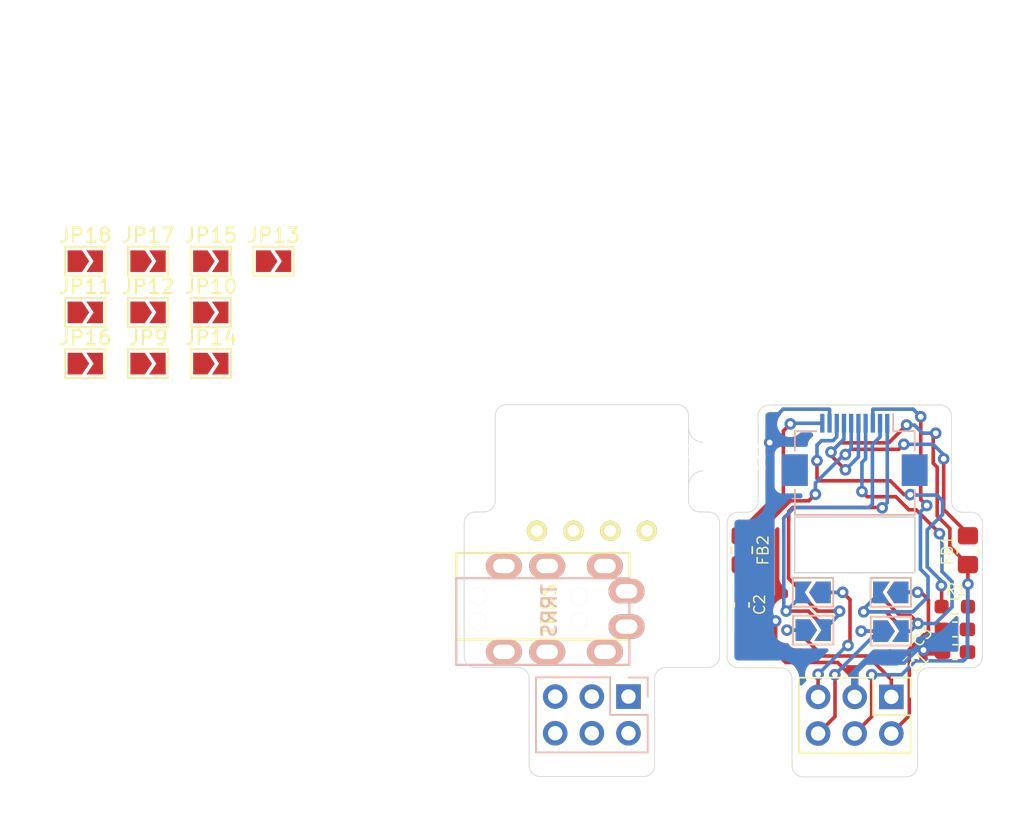
<source format=kicad_pcb>
(kicad_pcb (version 20211014) (generator pcbnew)
  (layers (0 "F.Cu" signal) (31 "B.Cu" signal) (34 "B.Paste" user) (35 "F.Paste" user) (36 "B.SilkS" user "B.Silkscreen") (37 "F.SilkS" user "F.Silkscreen") (38 "B.Mask" user) (39 "F.Mask" user) (44 "Edge.Cuts" user))
  (net 0 "")
  (net 1 "Net-(J4-Pad2)")
  (net 3 "/L_DAT")
  (net 4 "/L_CS")
  (net 5 "/L_EIN")
  (net 6 "VDDA")
  (net 7 "+3V3")
  (net 8 "/L_EXTMODE")
  (net 9 "GND")
  (net 10 "GNDA")
  (net 11 "/L_CLK")
  (net 12 "Net-(J8-Pad1)")
  (net 13 "Net-(J8-Pad3)")
  (net 14 "Net-(J8-Pad4)")
  (net 15 "Net-(J8-Pad6)")
  (net 16 "VCC")
  (net 17 "Net-(J5-Pad6)")
  (net 18 "Net-(J5-Pad4)")
  (net 21 "Net-(J6-Pad4)")
  (net 22 "Net-(J6-Pad3)")
  (net 23 "Net-(J6-Pad2)")
  (net 24 "Net-(J6-Pad1)")
  (net 25 "/SDA")
  (net 26 "/SCK")
  (footprint "Jumper:SolderJumper-2_P1.3mm_Open_TrianglePad1.0x1.5mm" (layer "F.Cu") (at 92.88394 49.04 180)
    (fp_text reference "JP3" hide)
    (fp_text value "Jumper_2_Open" hide)
    (pad "1" smd custom locked (at -0.725 0 180) (size 0.3 0.3) (layers "F.Cu" "F.Mask") (net 13 "Net-(J8-Pad3)") (options (clearance outline) (anchor rect)) (primitives (gr_poly (pts (xy 1 0) (xy 0.5 0.75) (xy -0.5 0.75) (xy -0.5 -0.75) (xy 0.5 -0.75)) (width 0) (fill yes))))
    (pad "2" smd custom locked (at 0.725 0 180) (size 0.3 0.3) (layers "F.Cu" "F.Mask") (net 11 "/L_CLK") (options (clearance outline) (anchor rect)) (primitives (gr_poly (pts (xy 0.5 0.75) (xy -0.65 0.75) (xy -0.15 0) (xy -0.65 -0.75) (xy 0.5 -0.75)) (width 0) (fill yes))))
  )
  (footprint "TPS42-Shield:mouse-bite-2mm-slot" (layer "F.Cu") (at 85.261543 39.628457 90)
    (fp_text reference "H2" hide)
    (fp_text value "MouseBite" hide)
    (pad "" np_thru_hole circle (at -0.75 -0.75 90) (size 0.5 0.5) (drill 0.5) (layers *.Cu *.Mask))
    (pad "" np_thru_hole circle (at 0.75 -0.75 90) (size 0.5 0.5) (drill 0.5) (layers *.Cu *.Mask))
    (pad "" np_thru_hole circle (at 0 -0.75 90) (size 0.5 0.5) (drill 0.5) (layers *.Cu *.Mask))
  )
  (footprint "Resistor_SMD:R_0603_1608Metric_Pad0.98x0.95mm_HandSolder" (layer "F.Cu") (at 102.71 50.03 180)
    (fp_text reference "R1" (at -0.09 1.17) (layer "F.SilkS") (effects (font (size 0.75 0.75) (thickness 0.1))))
    (fp_text value "10kΩ" hide)
    (pad "1" smd roundrect locked (at -0.9125 0 180) (size 0.975 0.95) (layers "F.Cu" "F.Paste" "F.Mask") (net 7 "+3V3"))
    (pad "2" smd roundrect locked (at 0.9125 0 180) (size 0.975 0.95) (layers "F.Cu" "F.Paste" "F.Mask") (net 8 "/L_EXTMODE"))
  )
  (footprint "Jumper:SolderJumper-2_P1.3mm_Open_TrianglePad1.0x1.5mm" (layer "F.Cu") (at 51.15 26.09)
    (fp_text reference "JP15" (at 0 -1.8) (layer "F.SilkS"))
    (fp_text value "Jumper_2_Open")
    (pad "1" smd custom locked (at -0.725 0) (size 0.3 0.3) (layers "F.Cu" "F.Mask") (net 23 "Net-(J6-Pad2)") (options (clearance outline) (anchor rect)) (primitives (gr_poly (pts (xy 1 0) (xy 0.5 0.75) (xy -0.5 0.75) (xy -0.5 -0.75) (xy 0.5 -0.75)) (width 0) (fill yes))))
    (pad "2" smd custom locked (at 0.725 0) (size 0.3 0.3) (layers "F.Cu" "F.Mask") (net 16 "VCC") (options (clearance outline) (anchor rect)) (primitives (gr_poly (pts (xy 0.5 0.75) (xy -0.65 0.75) (xy -0.15 0) (xy -0.65 -0.75) (xy 0.5 -0.75)) (width 0) (fill yes))))
  )
  (footprint "TPS42-Shield:OLED" (layer "F.Cu") (at 77.561543 44.778457)
    (fp_text reference "J6" hide)
    (fp_text value "OLED" hide)
    (pad "1" thru_hole circle (at -3.81 0) (size 1.397 1.397) (drill 0.8128) (layers *.Cu *.Mask "F.SilkS") (net 24 "Net-(J6-Pad1)"))
    (pad "2" thru_hole circle (at -1.27 0) (size 1.397 1.397) (drill 0.8128) (layers *.Cu *.Mask "F.SilkS") (net 23 "Net-(J6-Pad2)"))
    (pad "3" thru_hole circle (at 1.27 0) (size 1.397 1.397) (drill 0.8128) (layers *.Cu *.Mask "F.SilkS") (net 22 "Net-(J6-Pad3)"))
    (pad "4" thru_hole circle (at 3.81 0) (size 1.397 1.397) (drill 0.8128) (layers *.Cu *.Mask "F.SilkS") (net 21 "Net-(J6-Pad4)"))
  )
  (footprint "Capacitor_SMD:C_0603_1608Metric_Pad1.08x0.95mm_HandSolder" (layer "F.Cu") (at 102.73 53.18 180)
    (fp_text reference "C1" (at 2.52 -0.75 45) (layer "F.SilkS") (effects (font (size 0.75 0.75) (thickness 0.1))))
    (fp_text value "560pF/680pF" hide)
    (pad "1" smd roundrect locked (at -0.8625 0 180) (size 1.075 0.95) (layers "F.Cu" "F.Paste" "F.Mask") (net 7 "+3V3"))
    (pad "2" smd roundrect locked (at 0.8625 0 180) (size 1.075 0.95) (layers "F.Cu" "F.Paste" "F.Mask") (net 9 "GND"))
  )
  (footprint "Jumper:SolderJumper-2_P1.3mm_Open_TrianglePad1.0x1.5mm" (layer "F.Cu") (at 46.8 33.19)
    (fp_text reference "JP9" (at 0 -1.8) (layer "F.SilkS"))
    (fp_text value "Jumper_2_Open")
    (pad "1" smd custom locked (at -0.725 0) (size 0.3 0.3) (layers "F.Cu" "F.Mask") (net 24 "Net-(J6-Pad1)") (options (clearance outline) (anchor rect)) (primitives (gr_poly (pts (xy 1 0) (xy 0.5 0.75) (xy -0.5 0.75) (xy -0.5 -0.75) (xy 0.5 -0.75)) (width 0) (fill yes))))
    (pad "2" smd custom locked (at 0.725 0) (size 0.3 0.3) (layers "F.Cu" "F.Mask") (net 9 "GND") (options (clearance outline) (anchor rect)) (primitives (gr_poly (pts (xy 0.5 0.75) (xy -0.65 0.75) (xy -0.15 0) (xy -0.65 -0.75) (xy 0.5 -0.75)) (width 0) (fill yes))))
  )
  (footprint "Capacitor_SMD:C_0603_1608Metric_Pad1.08x0.95mm_HandSolder" (layer "F.Cu") (at 87.94 49.91 90)
    (fp_text reference "C2" (at 0.02 1.24 90) (layer "F.SilkS") (effects (font (size 0.75 0.75) (thickness 0.1))))
    (fp_text value "1uF" hide)
    (pad "1" smd roundrect locked (at -0.8625 0 90) (size 1.075 0.95) (layers "F.Cu" "F.Paste" "F.Mask") (net 6 "VDDA"))
    (pad "2" smd roundrect locked (at 0.8625 0 90) (size 1.075 0.95) (layers "F.Cu" "F.Paste" "F.Mask") (net 10 "GNDA"))
  )
  (footprint "Jumper:SolderJumper-2_P1.3mm_Open_TrianglePad1.0x1.5mm" (layer "F.Cu") (at 42.45 29.64)
    (fp_text reference "JP11" (at 0 -1.8) (layer "F.SilkS"))
    (fp_text value "Jumper_2_Open")
    (pad "1" smd custom locked (at -0.725 0) (size 0.3 0.3) (layers "F.Cu" "F.Mask") (net 21 "Net-(J6-Pad4)") (options (clearance outline) (anchor rect)) (primitives (gr_poly (pts (xy 1 0) (xy 0.5 0.75) (xy -0.5 0.75) (xy -0.5 -0.75) (xy 0.5 -0.75)) (width 0) (fill yes))))
    (pad "2" smd custom locked (at 0.725 0) (size 0.3 0.3) (layers "F.Cu" "F.Mask") (net 25 "/SDA") (options (clearance outline) (anchor rect)) (primitives (gr_poly (pts (xy 0.5 0.75) (xy -0.65 0.75) (xy -0.15 0) (xy -0.65 -0.75) (xy 0.5 -0.75)) (width 0) (fill yes))))
  )
  (footprint "Jumper:SolderJumper-2_P1.3mm_Open_TrianglePad1.0x1.5mm" (layer "F.Cu") (at 51.15 29.64)
    (fp_text reference "JP10" (at 0 -1.8) (layer "F.SilkS"))
    (fp_text value "Jumper_2_Open")
    (pad "1" smd custom locked (at -0.725 0) (size 0.3 0.3) (layers "F.Cu" "F.Mask") (net 24 "Net-(J6-Pad1)") (options (clearance outline) (anchor rect)) (primitives (gr_poly (pts (xy 1 0) (xy 0.5 0.75) (xy -0.5 0.75) (xy -0.5 -0.75) (xy 0.5 -0.75)) (width 0) (fill yes))))
    (pad "2" smd custom locked (at 0.725 0) (size 0.3 0.3) (layers "F.Cu" "F.Mask") (net 25 "/SDA") (options (clearance outline) (anchor rect)) (primitives (gr_poly (pts (xy 0.5 0.75) (xy -0.65 0.75) (xy -0.15 0) (xy -0.65 -0.75) (xy 0.5 -0.75)) (width 0) (fill yes))))
  )
  (footprint "Jumper:SolderJumper-2_P1.3mm_Open_TrianglePad1.0x1.5mm" (layer "F.Cu") (at 46.8 26.09)
    (fp_text reference "JP17" (at 0 -1.8) (layer "F.SilkS"))
    (fp_text value "Jumper_2_Open")
    (pad "1" smd custom locked (at -0.725 0) (size 0.3 0.3) (layers "F.Cu" "F.Mask") (net 22 "Net-(J6-Pad3)") (options (clearance outline) (anchor rect)) (primitives (gr_poly (pts (xy 1 0) (xy 0.5 0.75) (xy -0.5 0.75) (xy -0.5 -0.75) (xy 0.5 -0.75)) (width 0) (fill yes))))
    (pad "2" smd custom locked (at 0.725 0) (size 0.3 0.3) (layers "F.Cu" "F.Mask") (net 26 "/SCK") (options (clearance outline) (anchor rect)) (primitives (gr_poly (pts (xy 0.5 0.75) (xy -0.65 0.75) (xy -0.15 0) (xy -0.65 -0.75) (xy 0.5 -0.75)) (width 0) (fill yes))))
  )
  (footprint "Jumper:SolderJumper-2_P1.3mm_Open_TrianglePad1.0x1.5mm" (layer "F.Cu") (at 46.8 29.64)
    (fp_text reference "JP12" (at 0 -1.8) (layer "F.SilkS"))
    (fp_text value "Jumper_2_Open")
    (pad "1" smd custom locked (at -0.725 0) (size 0.3 0.3) (layers "F.Cu" "F.Mask") (net 21 "Net-(J6-Pad4)") (options (clearance outline) (anchor rect)) (primitives (gr_poly (pts (xy 1 0) (xy 0.5 0.75) (xy -0.5 0.75) (xy -0.5 -0.75) (xy 0.5 -0.75)) (width 0) (fill yes))))
    (pad "2" smd custom locked (at 0.725 0) (size 0.3 0.3) (layers "F.Cu" "F.Mask") (net 9 "GND") (options (clearance outline) (anchor rect)) (primitives (gr_poly (pts (xy 0.5 0.75) (xy -0.65 0.75) (xy -0.15 0) (xy -0.65 -0.75) (xy 0.5 -0.75)) (width 0) (fill yes))))
  )
  (footprint "Connector_PinHeader_2.54mm:PinHeader_2x03_P2.54mm_Vertical" (layer "F.Cu") (at 98.315 56.285 -90)
    (fp_text reference "J8" hide)
    (fp_text value "Conn_01x06" hide)
    (pad "1" thru_hole rect (at 0 0 270) (size 1.7 1.7) (drill 1) (layers *.Cu *.Mask) (net 12 "Net-(J8-Pad1)"))
    (pad "2" thru_hole oval (at 0 2.54 270) (size 1.7 1.7) (drill 1) (layers *.Cu *.Mask) (net 9 "GND"))
    (pad "3" thru_hole oval (at 0 5.08 270) (size 1.7 1.7) (drill 1) (layers *.Cu *.Mask) (net 13 "Net-(J8-Pad3)"))
    (pad "4" thru_hole oval (at 2.54 0 270) (size 1.7 1.7) (drill 1) (layers *.Cu *.Mask) (net 14 "Net-(J8-Pad4)"))
    (pad "5" thru_hole oval (at 2.54 2.54 270) (size 1.7 1.7) (drill 1) (layers *.Cu *.Mask) (net 7 "+3V3"))
    (pad "6" thru_hole oval (at 2.54 5.08 270) (size 1.7 1.7) (drill 1) (layers *.Cu *.Mask) (net 15 "Net-(J8-Pad6)"))
  )
  (footprint "Jumper:SolderJumper-2_P1.3mm_Open_TrianglePad1.0x1.5mm" (layer "F.Cu") (at 55.5 26.09)
    (fp_text reference "JP13" (at 0 -1.8) (layer "F.SilkS"))
    (fp_text value "Jumper_2_Open")
    (pad "1" smd custom locked (at -0.725 0) (size 0.3 0.3) (layers "F.Cu" "F.Mask") (net 1 "Net-(J4-Pad2)") (options (clearance outline) (anchor rect)) (primitives (gr_poly (pts (xy 1 0) (xy 0.5 0.75) (xy -0.5 0.75) (xy -0.5 -0.75) (xy 0.5 -0.75)) (width 0) (fill yes))))
    (pad "2" smd custom locked (at 0.725 0) (size 0.3 0.3) (layers "F.Cu" "F.Mask") (net 18 "Net-(J5-Pad4)") (options (clearance outline) (anchor rect)) (primitives (gr_poly (pts (xy 0.5 0.75) (xy -0.65 0.75) (xy -0.15 0) (xy -0.65 -0.75) (xy 0.5 -0.75)) (width 0) (fill yes))))
  )
  (footprint "Capacitor_SMD:C_0603_1608Metric_Pad1.08x0.95mm_HandSolder" (layer "F.Cu") (at 102.72 51.61 180)
    (fp_text reference "C3" (at 2.27 -0.52 45) (layer "F.SilkS") (effects (font (size 0.75 0.75) (thickness 0.1))))
    (fp_text value "1uF")
    (pad "1" smd roundrect locked (at -0.8625 0 180) (size 1.075 0.95) (layers "F.Cu" "F.Paste" "F.Mask") (net 7 "+3V3"))
    (pad "2" smd roundrect locked (at 0.8625 0 180) (size 1.075 0.95) (layers "F.Cu" "F.Paste" "F.Mask") (net 9 "GND"))
  )
  (footprint "Jumper:SolderJumper-2_P1.3mm_Open_TrianglePad1.0x1.5mm" (layer "F.Cu") (at 92.89394 51.66)
    (fp_text reference "JP4" hide)
    (fp_text value "Jumper_2_Open" hide)
    (pad "1" smd custom locked (at -0.725 0) (size 0.3 0.3) (layers "F.Cu" "F.Mask") (net 12 "Net-(J8-Pad1)") (options (clearance outline) (anchor rect)) (primitives (gr_poly (pts (xy 1 0) (xy 0.5 0.75) (xy -0.5 0.75) (xy -0.5 -0.75) (xy 0.5 -0.75)) (width 0) (fill yes))))
    (pad "2" smd custom locked (at 0.725 0) (size 0.3 0.3) (layers "F.Cu" "F.Mask") (net 3 "/L_DAT") (options (clearance outline) (anchor rect)) (primitives (gr_poly (pts (xy 0.5 0.75) (xy -0.65 0.75) (xy -0.15 0) (xy -0.65 -0.75) (xy 0.5 -0.75)) (width 0) (fill yes))))
  )
  (footprint "TPS42-Shield:mouse-bite-2mm-slot" (layer "F.Cu") (at 88.1 39.64 90)
    (fp_text reference "H1" hide)
    (fp_text value "MouseBite" hide)
    (pad "" np_thru_hole circle (at -0.75 0.75 90) (size 0.5 0.5) (drill 0.5) (layers *.Cu *.Mask))
    (pad "" np_thru_hole circle (at 0 0.75 90) (size 0.5 0.5) (drill 0.5) (layers *.Cu *.Mask))
    (pad "" np_thru_hole circle (at 0.75 0.75 90) (size 0.5 0.5) (drill 0.5) (layers *.Cu *.Mask))
  )
  (footprint "Jumper:SolderJumper-2_P1.3mm_Open_TrianglePad1.0x1.5mm" (layer "F.Cu") (at 98.27606 49.04 180)
    (fp_text reference "JP2" hide)
    (fp_text value "Jumper_2_Open" hide)
    (pad "1" smd custom locked (at -0.725 0 180) (size 0.3 0.3) (layers "F.Cu" "F.Mask") (net 14 "Net-(J8-Pad4)") (options (clearance outline) (anchor rect)) (primitives (gr_poly (pts (xy 1 0) (xy 0.5 0.75) (xy -0.5 0.75) (xy -0.5 -0.75) (xy 0.5 -0.75)) (width 0) (fill yes))))
    (pad "2" smd custom locked (at 0.725 0 180) (size 0.3 0.3) (layers "F.Cu" "F.Mask") (net 5 "/L_EIN") (options (clearance outline) (anchor rect)) (primitives (gr_poly (pts (xy 0.5 0.75) (xy -0.65 0.75) (xy -0.15 0) (xy -0.65 -0.75) (xy 0.5 -0.75)) (width 0) (fill yes))))
  )
  (footprint "Jumper:SolderJumper-2_P1.3mm_Open_TrianglePad1.0x1.5mm" (layer "F.Cu") (at 42.45 26.09)
    (fp_text reference "JP18" (at 0 -1.8) (layer "F.SilkS"))
    (fp_text value "Jumper_2_Open")
    (pad "1" smd custom locked (at -0.725 0) (size 0.3 0.3) (layers "F.Cu" "F.Mask") (net 22 "Net-(J6-Pad3)") (options (clearance outline) (anchor rect)) (primitives (gr_poly (pts (xy 1 0) (xy 0.5 0.75) (xy -0.5 0.75) (xy -0.5 -0.75) (xy 0.5 -0.75)) (width 0) (fill yes))))
    (pad "2" smd custom locked (at 0.725 0) (size 0.3 0.3) (layers "F.Cu" "F.Mask") (net 16 "VCC") (options (clearance outline) (anchor rect)) (primitives (gr_poly (pts (xy 0.5 0.75) (xy -0.65 0.75) (xy -0.15 0) (xy -0.65 -0.75) (xy 0.5 -0.75)) (width 0) (fill yes))))
  )
  (footprint "Jumper:SolderJumper-2_P1.3mm_Open_TrianglePad1.0x1.5mm" (layer "F.Cu") (at 98.28606 51.73)
    (fp_text reference "JP1" hide)
    (fp_text value "Jumper_2_Open" hide)
    (pad "1" smd custom locked (at -0.725 0) (size 0.3 0.3) (layers "F.Cu" "F.Mask") (net 15 "Net-(J8-Pad6)") (options (clearance outline) (anchor rect)) (primitives (gr_poly (pts (xy 1 0) (xy 0.5 0.75) (xy -0.5 0.75) (xy -0.5 -0.75) (xy 0.5 -0.75)) (width 0) (fill yes))))
    (pad "2" smd custom locked (at 0.725 0) (size 0.3 0.3) (layers "F.Cu" "F.Mask") (net 4 "/L_CS") (options (clearance outline) (anchor rect)) (primitives (gr_poly (pts (xy 0.5 0.75) (xy -0.65 0.75) (xy -0.15 0) (xy -0.65 -0.75) (xy 0.5 -0.75)) (width 0) (fill yes))))
  )
  (footprint "Resistor_SMD:R_0805_2012Metric_Pad1.20x1.40mm_HandSolder" (layer "F.Cu") (at 87.94 46.12 90)
    (fp_text reference "FB2" (at 0 1.48 90) (layer "F.SilkS") (effects (font (size 0.75 0.75) (thickness 0.1))))
    (fp_text value "Ferrite_Bead" hide)
    (pad "1" smd roundrect locked (at -1 0 90) (size 1.2 1.4) (layers "F.Cu" "F.Paste" "F.Mask") (roundrect_rratio 0.208333) (net 10 "GNDA"))
    (pad "2" smd roundrect locked (at 1 0 90) (size 1.2 1.4) (layers "F.Cu" "F.Paste" "F.Mask") (roundrect_rratio 0.208333) (net 9 "GND"))
  )
  (footprint "Jumper:SolderJumper-2_P1.3mm_Open_TrianglePad1.0x1.5mm" (layer "F.Cu") (at 51.15 33.19)
    (fp_text reference "JP14" (at 0 -1.8) (layer "F.SilkS"))
    (fp_text value "Jumper_2_Open")
    (pad "1" smd custom locked (at -0.725 0) (size 0.3 0.3) (layers "F.Cu" "F.Mask") (net 1 "Net-(J4-Pad2)") (options (clearance outline) (anchor rect)) (primitives (gr_poly (pts (xy 1 0) (xy 0.5 0.75) (xy -0.5 0.75) (xy -0.5 -0.75) (xy 0.5 -0.75)) (width 0) (fill yes))))
    (pad "2" smd custom locked (at 0.725 0) (size 0.3 0.3) (layers "F.Cu" "F.Mask") (net 17 "Net-(J5-Pad6)") (options (clearance outline) (anchor rect)) (primitives (gr_poly (pts (xy 0.5 0.75) (xy -0.65 0.75) (xy -0.15 0) (xy -0.65 -0.75) (xy 0.5 -0.75)) (width 0) (fill yes))))
  )
  (footprint "Resistor_SMD:R_0805_2012Metric_Pad1.20x1.40mm_HandSolder" (layer "F.Cu") (at 103.62 46.12 -90)
    (fp_text reference "FB1" (at 0.01 1.43 90) (layer "F.SilkS") (effects (font (size 0.75 0.75) (thickness 0.1))))
    (fp_text value "Ferrite_Bead" hide)
    (pad "1" smd roundrect locked (at -1 0 270) (size 1.2 1.4) (layers "F.Cu" "F.Paste" "F.Mask") (roundrect_rratio 0.208333) (net 6 "VDDA"))
    (pad "2" smd roundrect locked (at 1 0 270) (size 1.2 1.4) (layers "F.Cu" "F.Paste" "F.Mask") (roundrect_rratio 0.208333) (net 7 "+3V3"))
  )
  (footprint "Jumper:SolderJumper-2_P1.3mm_Open_TrianglePad1.0x1.5mm" (layer "F.Cu") (at 42.45 33.19)
    (fp_text reference "JP16" (at 0 -1.8) (layer "F.SilkS"))
    (fp_text value "Jumper_2_Open")
    (pad "1" smd custom locked (at -0.725 0) (size 0.3 0.3) (layers "F.Cu" "F.Mask") (net 23 "Net-(J6-Pad2)") (options (clearance outline) (anchor rect)) (primitives (gr_poly (pts (xy 1 0) (xy 0.5 0.75) (xy -0.5 0.75) (xy -0.5 -0.75) (xy 0.5 -0.75)) (width 0) (fill yes))))
    (pad "2" smd custom locked (at 0.725 0) (size 0.3 0.3) (layers "F.Cu" "F.Mask") (net 26 "/SCK") (options (clearance outline) (anchor rect)) (primitives (gr_poly (pts (xy 0.5 0.75) (xy -0.65 0.75) (xy -0.15 0) (xy -0.65 -0.75) (xy 0.5 -0.75)) (width 0) (fill yes))))
  )
  (footprint "TPS42-Shield:MJ-4PP-9-reversable" (layer "B.Cu") (at 68.161543 51.063457 -90)
    (fp_text reference "J4")
    (fp_text value "PJ-320A" hide)
    (fp_text user "TRRS" (at -0.75 -6.45 90) (layer "B.SilkS") (effects (justify mirror)))
    (fp_text user "TRRS" (at -0.8255 -6.4135 90) (layer "F.SilkS"))
    (pad "" np_thru_hole circle (at 0 -1.5 270) (size 1.2 1.2) (drill 1.2) (layers *.Cu *.Mask "B.SilkS"))
    (pad "" np_thru_hole circle (at 0 -8.5 270) (size 1.2 1.2) (drill 1.2) (layers *.Cu *.Mask "B.SilkS"))
    (pad "" np_thru_hole circle (at -1.75 -8.5 270) (size 1.2 1.2) (drill 1.2) (layers *.Cu *.Mask "B.SilkS"))
    (pad "" np_thru_hole circle (at -1.75 -1.5 270) (size 1.2 1.2) (drill 1.2) (layers *.Cu *.Mask "B.SilkS"))
    (pad "1" thru_hole oval (at -3.85 -10.3 270) (size 1.7 2.5) (drill oval 1 1.5) (layers *.Cu *.Mask "B.SilkS") (net 16 "VCC") (clearance 0.15))
    (pad "1" thru_hole oval (at 2.1 -10.3 270) (size 1.7 2.5) (drill oval 1 1.5) (layers *.Cu *.Mask "B.SilkS") (net 16 "VCC") (clearance 0.15))
    (pad "2" thru_hole oval (at -3.85 -6.3 270) (size 1.7 2.5) (drill oval 1 1.5) (layers *.Cu *.Mask "B.SilkS") (net 1 "Net-(J4-Pad2)"))
    (pad "2" thru_hole oval (at 2.1 -6.3 270) (size 1.7 2.5) (drill oval 1 1.5) (layers *.Cu *.Mask "B.SilkS") (net 1 "Net-(J4-Pad2)"))
    (pad "3" thru_hole oval (at -3.85 -3.3 270) (size 1.7 2.5) (drill oval 1 1.5) (layers *.Cu *.Mask "B.SilkS"))
    (pad "3" thru_hole oval (at 2.1 -3.3 270) (size 1.7 2.5) (drill oval 1 1.5) (layers *.Cu *.Mask "B.SilkS"))
    (pad "4" thru_hole oval (at -2.1 -11.8 270) (size 1.7 2.5) (drill oval 1 1.5) (layers *.Cu *.Mask "B.SilkS") (net 9 "GND") (clearance 0.15))
    (pad "4" thru_hole oval (at 0.35 -11.8 270) (size 1.7 2.5) (drill oval 1 1.5) (layers *.Cu *.Mask "B.SilkS") (net 9 "GND") (clearance 0.15))
  )
  (footprint "Connector_PinHeader_2.54mm:PinHeader_2x03_P2.54mm_Vertical" (layer "B.Cu") (at 75.016543 56.263457 -90)
    (fp_text reference "J5" hide)
    (fp_text value "Conn_01x06" hide)
    (pad "1" thru_hole circle (at 0 0 270) (size 1.7 1.7) (drill 1) (layers *.Cu *.Mask))
    (pad "2" thru_hole oval (at 0 -2.54 270) (size 1.7 1.7) (drill 1) (layers *.Cu *.Mask) (net 9 "GND"))
    (pad "3" thru_hole rect (at 0 -5.08 270) (size 1.7 1.7) (drill 1) (layers *.Cu *.Mask))
    (pad "4" thru_hole oval (at 2.54 0 270) (size 1.7 1.7) (drill 1) (layers *.Cu *.Mask) (net 18 "Net-(J5-Pad4)"))
    (pad "5" thru_hole oval (at 2.54 -2.54 270) (size 1.7 1.7) (drill 1) (layers *.Cu *.Mask) (net 16 "VCC"))
    (pad "6" thru_hole oval (at 2.54 -5.08 270) (size 1.7 1.7) (drill 1) (layers *.Cu *.Mask) (net 17 "Net-(J5-Pad6)"))
  )
  (footprint "Jumper:SolderJumper-2_P1.3mm_Open_TrianglePad1.0x1.5mm" (layer "B.Cu") (at 98.27606 49.04 180)
    (fp_text reference "JP6" hide)
    (fp_text value "Jumper_2_Open" hide)
    (pad "1" smd custom locked (at -0.725 0 180) (size 0.3 0.3) (layers "B.Cu" "B.Mask") (net 14 "Net-(J8-Pad4)") (options (clearance outline) (anchor rect)) (primitives (gr_poly (pts (xy 1 0) (xy 0.5 -0.75) (xy -0.5 -0.75) (xy -0.5 0.75) (xy 0.5 0.75)) (width 0) (fill yes))))
    (pad "2" smd custom locked (at 0.725 0 180) (size 0.3 0.3) (layers "B.Cu" "B.Mask") (net 4 "/L_CS") (options (clearance outline) (anchor rect)) (primitives (gr_poly (pts (xy 0.5 -0.75) (xy -0.65 -0.75) (xy -0.15 0) (xy -0.65 0.75) (xy 0.5 0.75)) (width 0) (fill yes))))
  )
  (footprint "Connector_FFC-FPC:Hirose_FH12-10S-0.5SH_1x10-1MP_P0.50mm_Horizontal" (layer "B.Cu") (at 95.78 39.17 180)
    (fp_text reference "J7" hide)
    (fp_text value "FH12-10S-0.5SH" hide)
    (pad "1" smd rect locked (at -2.25 1.85 180) (size 0.3 1.3) (layers "B.Cu" "B.Paste" "B.Mask") (net 11 "/L_CLK"))
    (pad "2" smd rect locked (at -1.75 1.85 180) (size 0.3 1.3) (layers "B.Cu" "B.Paste" "B.Mask") (net 3 "/L_DAT"))
    (pad "3" smd rect locked (at -1.25 1.85 180) (size 0.3 1.3) (layers "B.Cu" "B.Paste" "B.Mask") (net 4 "/L_CS"))
    (pad "4" smd rect locked (at -0.75 1.85 180) (size 0.3 1.3) (layers "B.Cu" "B.Paste" "B.Mask") (net 5 "/L_EIN"))
    (pad "5" smd rect locked (at -0.25 1.85 180) (size 0.3 1.3) (layers "B.Cu" "B.Paste" "B.Mask") (net 7 "+3V3"))
    (pad "6" smd rect locked (at 0.25 1.85 180) (size 0.3 1.3) (layers "B.Cu" "B.Paste" "B.Mask") (net 6 "VDDA"))
    (pad "7" smd rect locked (at 0.75 1.85 180) (size 0.3 1.3) (layers "B.Cu" "B.Paste" "B.Mask") (net 7 "+3V3"))
    (pad "8" smd rect locked (at 1.25 1.85 180) (size 0.3 1.3) (layers "B.Cu" "B.Paste" "B.Mask") (net 8 "/L_EXTMODE"))
    (pad "9" smd rect locked (at 1.75 1.85 180) (size 0.3 1.3) (layers "B.Cu" "B.Paste" "B.Mask") (net 9 "GND"))
    (pad "10" smd rect locked (at 2.25 1.85 180) (size 0.3 1.3) (layers "B.Cu" "B.Paste" "B.Mask") (net 10 "GNDA"))
    (pad "MP" smd rect locked (at 4.15 -1.4 180) (size 1.8 2.2) (layers "B.Cu" "B.Paste" "B.Mask"))
    (pad "MP" smd rect locked (at -4.15 -1.4 180) (size 1.8 2.2) (layers "B.Cu" "B.Paste" "B.Mask"))
  )
  (footprint "Jumper:SolderJumper-2_P1.3mm_Open_TrianglePad1.0x1.5mm" (layer "B.Cu") (at 92.89394 51.66)
    (fp_text reference "JP8" hide)
    (fp_text value "Jumper_2_Open" hide)
    (pad "1" smd custom locked (at -0.725 0) (size 0.3 0.3) (layers "B.Cu" "B.Mask") (net 12 "Net-(J8-Pad1)") (options (clearance outline) (anchor rect)) (primitives (gr_poly (pts (xy 1 0) (xy 0.5 -0.75) (xy -0.5 -0.75) (xy -0.5 0.75) (xy 0.5 0.75)) (width 0) (fill yes))))
    (pad "2" smd custom locked (at 0.725 0) (size 0.3 0.3) (layers "B.Cu" "B.Mask") (net 11 "/L_CLK") (options (clearance outline) (anchor rect)) (primitives (gr_poly (pts (xy 0.5 -0.75) (xy -0.65 -0.75) (xy -0.15 0) (xy -0.65 0.75) (xy 0.5 0.75)) (width 0) (fill yes))))
  )
  (footprint "Jumper:SolderJumper-2_P1.3mm_Open_TrianglePad1.0x1.5mm" (layer "B.Cu") (at 98.28606 51.73)
    (fp_text reference "JP5" hide)
    (fp_text value "Jumper_2_Open" hide)
    (pad "1" smd custom locked (at -0.725 0) (size 0.3 0.3) (layers "B.Cu" "B.Mask") (net 15 "Net-(J8-Pad6)") (options (clearance outline) (anchor rect)) (primitives (gr_poly (pts (xy 1 0) (xy 0.5 -0.75) (xy -0.5 -0.75) (xy -0.5 0.75) (xy 0.5 0.75)) (width 0) (fill yes))))
    (pad "2" smd custom locked (at 0.725 0) (size 0.3 0.3) (layers "B.Cu" "B.Mask") (net 5 "/L_EIN") (options (clearance outline) (anchor rect)) (primitives (gr_poly (pts (xy 0.5 -0.75) (xy -0.65 -0.75) (xy -0.15 0) (xy -0.65 0.75) (xy 0.5 0.75)) (width 0) (fill yes))))
  )
  (footprint "Jumper:SolderJumper-2_P1.3mm_Open_TrianglePad1.0x1.5mm" (layer "B.Cu") (at 92.88394 49.04 180)
    (fp_text reference "JP7" hide)
    (fp_text value "Jumper_2_Open" hide)
    (pad "1" smd custom locked (at -0.725 0 180) (size 0.3 0.3) (layers "B.Cu" "B.Mask") (net 13 "Net-(J8-Pad3)") (options (clearance outline) (anchor rect)) (primitives (gr_poly (pts (xy 1 0) (xy 0.5 -0.75) (xy -0.5 -0.75) (xy -0.5 0.75) (xy 0.5 0.75)) (width 0) (fill yes))))
    (pad "2" smd custom locked (at 0.725 0 180) (size 0.3 0.3) (layers "B.Cu" "B.Mask") (net 3 "/L_DAT") (options (clearance outline) (anchor rect)) (primitives (gr_poly (pts (xy 0.5 -0.75) (xy -0.65 -0.75) (xy -0.15 0) (xy -0.65 0.75) (xy 0.5 0.75)) (width 0) (fill yes))))
  )
  (gr_arc (start 81.91 61.03) (mid 81.681543 61.581543) (end 81.13 61.81) (layer "Edge.Cuts") (width 0.05))
  (gr_line (start 91.43 55.05) (end 91.43 61.05) (layer "Edge.Cuts") (width 0.05))
  (gr_line (start 99.945 43.82) (end 91.615 43.82) (layer "Edge.Cuts") (width 0.1))
  (gr_line (start 69.49 54.25) (end 72.43 54.25) (layer "Edge.Cuts") (width 0.05))
  (gr_arc (start 89.08 42.71) (mid 88.851543 43.261543) (end 88.3 43.49) (layer "Edge.Cuts") (width 0.05))
  (gr_line (start 102.48 42.71) (end 102.48 36.83) (layer "Edge.Cuts") (width 0.05))
  (gr_arc (start 100.13 55.05) (mid 100.358457 54.498457) (end 100.91 54.27) (layer "Edge.Cuts") (width 0.05))
  (gr_arc (start 70.86 36.81) (mid 71.088457 36.258457) (end 71.64 36.03) (layer "Edge.Cuts") (width 0.05))
  (gr_line (start 68.71 44.25) (end 68.71 53.47) (layer "Edge.Cuts") (width 0.05))
  (gr_arc (start 101.7 36.05) (mid 102.251543 36.278457) (end 102.48 36.83) (layer "Edge.Cuts") (width 0.05))
  (gr_line (start 100.13 61.05) (end 100.13 55.05) (layer "Edge.Cuts") (width 0.05))
  (gr_arc (start 73.99 61.81) (mid 73.438457 61.581543) (end 73.21 61.03) (layer "Edge.Cuts") (width 0.05))
  (gr_arc (start 86.93 44.27) (mid 87.158457 43.718457) (end 87.71 43.49) (layer "Edge.Cuts") (width 0.05))
  (gr_arc (start 90.65 54.27) (mid 91.201543 54.498457) (end 91.43 55.05) (layer "Edge.Cuts") (width 0.05))
  (gr_arc (start 89.08 36.83) (mid 89.308457 36.278457) (end 89.86 36.05) (layer "Edge.Cuts") (width 0.05))
  (gr_line (start 89.08 42.71) (end 89.08 36.83) (layer "Edge.Cuts") (width 0.05))
  (gr_arc (start 84.259951 41.63) (mid 84.552859 40.922859) (end 85.26 40.629951) (layer "Edge.Cuts") (width 0.05))
  (gr_arc (start 69.49 54.25) (mid 68.938457 54.021543) (end 68.71 53.47) (layer "Edge.Cuts") (width 0.05))
  (gr_arc (start 72.43 54.25) (mid 72.981543 54.478457) (end 73.21 55.03) (layer "Edge.Cuts") (width 0.05))
  (gr_arc (start 100.13 61.05) (mid 99.901543 61.601543) (end 99.35 61.83) (layer "Edge.Cuts") (width 0.05))
  (gr_line (start 100.91 54.27) (end 103.85 54.27) (layer "Edge.Cuts") (width 0.05))
  (gr_arc (start 85.04 43.47) (mid 84.488457 43.241543) (end 84.26 42.69) (layer "Edge.Cuts") (width 0.05))
  (gr_line (start 87.71 43.49) (end 88.3 43.49) (layer "Edge.Cuts") (width 0.05))
  (gr_line (start 91.615 47.68) (end 99.945 47.68) (layer "Edge.Cuts") (width 0.1))
  (gr_arc (start 70.86 42.69) (mid 70.631543 43.241543) (end 70.08 43.47) (layer "Edge.Cuts") (width 0.05))
  (gr_line (start 87.71 54.27) (end 90.65 54.27) (layer "Edge.Cuts") (width 0.05))
  (gr_arc (start 81.91 55.03) (mid 82.138457 54.478457) (end 82.69 54.25) (layer "Edge.Cuts") (width 0.05))
  (gr_arc (start 103.85 43.49) (mid 104.401543 43.718457) (end 104.63 44.27) (layer "Edge.Cuts") (width 0.05))
  (gr_line (start 104.63 44.27) (end 104.63 53.49) (layer "Edge.Cuts") (width 0.05))
  (gr_line (start 86.93 44.27) (end 86.93 53.49) (layer "Edge.Cuts") (width 0.05))
  (gr_line (start 103.26 43.49) (end 103.85 43.49) (layer "Edge.Cuts") (width 0.05))
  (gr_arc (start 85.63 43.47) (mid 86.181543 43.698457) (end 86.41 44.25) (layer "Edge.Cuts") (width 0.05))
  (gr_line (start 99.35 61.83) (end 92.21 61.83) (layer "Edge.Cuts") (width 0.05))
  (gr_arc (start 83.48 36.03) (mid 84.031543 36.258457) (end 84.26 36.81) (layer "Edge.Cuts") (width 0.05))
  (gr_arc (start 86.41 53.47) (mid 86.181543 54.021543) (end 85.63 54.25) (layer "Edge.Cuts") (width 0.05))
  (gr_line (start 85.04 43.47) (end 85.63 43.47) (layer "Edge.Cuts") (width 0.05))
  (gr_arc (start 103.26 43.49) (mid 102.708457 43.261543) (end 102.48 42.71) (layer "Edge.Cuts") (width 0.05))
  (gr_arc (start 104.63 53.49) (mid 104.401543 54.041543) (end 103.85 54.27) (layer "Edge.Cuts") (width 0.05))
  (gr_arc (start 68.71 44.25) (mid 68.938457 43.698457) (end 69.49 43.47) (layer "Edge.Cuts") (width 0.05))
  (gr_line (start 91.615 43.82) (end 91.615 47.68) (layer "Edge.Cuts") (width 0.1))
  (gr_line (start 86.41 44.25) (end 86.41 53.47) (layer "Edge.Cuts") (width 0.05))
  (gr_line (start 82.69 54.25) (end 85.63 54.25) (layer "Edge.Cuts") (width 0.05))
  (gr_line (start 81.91 61.03) (end 81.91 55.03) (layer "Edge.Cuts") (width 0.05))
  (gr_line (start 99.945 47.68) (end 99.945 43.82) (layer "Edge.Cuts") (width 0.1))
  (gr_line (start 70.86 42.69) (end 70.86 36.81) (layer "Edge.Cuts") (width 0.05))
  (gr_line (start 73.21 55.03) (end 73.21 61.03) (layer "Edge.Cuts") (width 0.05))
  (gr_arc (start 87.71 54.27) (mid 87.158457 54.041543) (end 86.93 53.49) (layer "Edge.Cuts") (width 0.05))
  (gr_line (start 84.26 42.69) (end 84.26 36.81) (layer "Edge.Cuts") (width 0.05))
  (gr_arc (start 92.21 61.83) (mid 91.658457 61.601543) (end 91.43 61.05) (layer "Edge.Cuts") (width 0.05))
  (gr_arc (start 85.26 38.630199) (mid 84.552753 38.337247) (end 84.259801 37.63) (layer "Edge.Cuts") (width 0.05))
  (gr_line (start 69.49 43.47) (end 70.08 43.47) (layer "Edge.Cuts") (width 0.05))
  (gr_line (start 81.13 61.81) (end 73.99 61.81) (layer "Edge.Cuts") (width 0.05))
  (gr_line (start 89.86 36.05) (end 101.7 36.05) (layer "Edge.Cuts") (width 0.05))
  (gr_line (start 71.64 36.03) (end 83.48 36.03) (layer "Edge.Cuts") (width 0.05))
  (segment (start 91.02394 50.34) (end 92.564282 50.34) (width 0.25) (layer "F.Cu") (net 3))
  (segment (start 93.61894 51.394658) (end 93.61894 51.66) (width 0.25) (layer "F.Cu") (net 3))
  (segment (start 92.564282 50.34) (end 93.61894 51.394658) (width 0.25) (layer "F.Cu") (net 3))
  (via (at 91.02394 50.34) (size 0.8) (drill 0.4) (layers "F.Cu" "B.Cu") (net 3))
  (segment (start 97 38.799022) (end 97 42.93) (width 0.25) (layer "B.Cu") (net 3))
  (segment (start 97.53 37.32) (end 97.53 38.269022) (width 0.25) (layer "B.Cu") (net 3))
  (segment (start 90.86 50.17606) (end 91.02394 50.34) (width 0.25) (layer "B.Cu") (net 3))
  (segment (start 91.02394 50.34) (end 92.15894 49.205) (width 0.25) (layer "B.Cu") (net 3))
  (segment (start 90.86 43.89) (end 90.86 50.17606) (width 0.25) (layer "B.Cu") (net 3))
  (segment (start 97 42.93) (end 96.77 43.16) (width 0.25) (layer "B.Cu") (net 3))
  (segment (start 92.15894 49.205) (end 92.15894 49.04) (width 0.25) (layer "B.Cu") (net 3))
  (segment (start 97.53 38.269022) (end 97 38.799022) (width 0.25) (layer "B.Cu") (net 3))
  (segment (start 91.59 43.16) (end 90.86 43.89) (width 0.25) (layer "B.Cu") (net 3))
  (segment (start 96.77 43.16) (end 91.59 43.16) (width 0.25) (layer "B.Cu") (net 3))
  (segment (start 99.01106 51.47106) (end 97.93 50.39) (width 0.25) (layer "F.Cu") (net 4))
  (segment (start 97.93 50.39) (end 96.39606 50.39) (width 0.25) (layer "F.Cu") (net 4))
  (segment (start 99.01106 51.73) (end 99.01106 51.47106) (width 0.25) (layer "F.Cu") (net 4))
  (segment (start 100.76598 43.0245) (end 100.35 42.60852) (width 0.25) (layer "F.Cu") (net 4))
  (segment (start 100.35 42.60852) (end 100.35 36.87) (width 0.25) (layer "F.Cu") (net 4))
  (via (at 100.35 36.87) (size 0.8) (drill 0.4) (layers "F.Cu" "B.Cu") (net 4))
  (via (at 96.39606 50.39) (size 0.8) (drill 0.4) (layers "F.Cu" "B.Cu") (net 4))
  (via (at 100.76598 43.0245) (size 0.8) (drill 0.4) (layers "F.Cu" "B.Cu") (net 4))
  (segment (start 100.76598 43.0245) (end 100.33 43.46048) (width 0.25) (layer "B.Cu") (net 4))
  (segment (start 96.39606 50.39) (end 96.39606 50.195) (width 0.25) (layer "B.Cu") (net 4))
  (segment (start 97.055489 36.345489) (end 99.825489 36.345489) (width 0.25) (layer "B.Cu") (net 4))
  (segment (start 100.854511 47.964511) (end 100.854511 49.340103) (width 0.25) (layer "B.Cu") (net 4))
  (segment (start 96.39606 50.195) (end 97.55106 49.04) (width 0.25) (layer "B.Cu") (net 4))
  (segment (start 99.825489 36.345489) (end 100.35 36.87) (width 0.25) (layer "B.Cu") (net 4))
  (segment (start 97.03 36.370978) (end 97.055489 36.345489) (width 0.25) (layer "B.Cu") (net 4))
  (segment (start 100.33 43.46048) (end 100.33 47.44) (width 0.25) (layer "B.Cu") (net 4))
  (segment (start 100.33 47.44) (end 100.854511 47.964511) (width 0.25) (layer "B.Cu") (net 4))
  (segment (start 100.854511 49.340103) (end 99.804614 50.39) (width 0.25) (layer "B.Cu") (net 4))
  (segment (start 97.03 37.32) (end 97.03 36.370978) (width 0.25) (layer "B.Cu") (net 4))
  (segment (start 99.804614 50.39) (end 96.39606 50.39) (width 0.25) (layer "B.Cu") (net 4))
  (segment (start 96.638608 42.413108) (end 98.623108 42.413108) (width 0.25) (layer "F.Cu") (net 5))
  (segment (start 98.623108 42.413108) (end 99.53 43.32) (width 0.25) (layer "F.Cu") (net 5))
  (segment (start 99.53 43.32) (end 100.036866 43.32) (width 0.25) (layer "F.Cu") (net 5))
  (segment (start 100.036866 43.32) (end 101.6455 44.928634) (width 0.25) (layer "F.Cu") (net 5))
  (segment (start 100.156071 51.166071) (end 99.64548 50.65548) (width 0.25) (layer "F.Cu") (net 5))
  (segment (start 97.55106 49.29894) (end 97.55106 49.04) (width 0.25) (layer "F.Cu") (net 5))
  (segment (start 101.6455 44.928634) (end 101.6455 44.970095) (width 0.25) (layer "F.Cu") (net 5))
  (segment (start 100.156071 51.2) (end 100.156071 51.166071) (width 0.25) (layer "F.Cu") (net 5))
  (segment (start 96.2755 42.05) (end 96.638608 42.413108) (width 0.25) (layer "F.Cu") (net 5))
  (segment (start 99.64548 50.65548) (end 98.9076 50.65548) (width 0.25) (layer "F.Cu") (net 5))
  (segment (start 98.9076 50.65548) (end 97.55106 49.29894) (width 0.25) (layer "F.Cu") (net 5))
  (via (at 101.6455 44.970095) (size 0.8) (drill 0.4) (layers "F.Cu" "B.Cu") (net 5))
  (via (at 96.2755 42.05) (size 0.8) (drill 0.4) (layers "F.Cu" "B.Cu") (net 5))
  (via (at 100.156071 51.2) (size 0.8) (drill 0.4) (layers "F.Cu" "B.Cu") (net 5))
  (segment (start 101.6455 44.970095) (end 101.82 45.144595) (width 0.25) (layer "B.Cu") (net 5))
  (segment (start 96.53 39.785718) (end 96.53 37.32) (width 0.25) (layer "B.Cu") (net 5))
  (segment (start 102.52 48.295386) (end 102.52 50.05) (width 0.25) (layer "B.Cu") (net 5))
  (segment (start 96.2755 40.040218) (end 96.53 39.785718) (width 0.25) (layer "B.Cu") (net 5))
  (segment (start 101.37 51.2) (end 100.156071 51.2) (width 0.25) (layer "B.Cu") (net 5))
  (segment (start 99.626071 51.73) (end 99.01106 51.73) (width 0.25) (layer "B.Cu") (net 5))
  (segment (start 101.82 47.595386) (end 102.52 48.295386) (width 0.25) (layer "B.Cu") (net 5))
  (segment (start 100.156071 51.2) (end 99.626071 51.73) (width 0.25) (layer "B.Cu") (net 5))
  (segment (start 96.2755 42.05) (end 96.2755 40.040218) (width 0.25) (layer "B.Cu") (net 5))
  (segment (start 102.52 50.05) (end 101.37 51.2) (width 0.25) (layer "B.Cu") (net 5))
  (segment (start 101.82 45.144595) (end 101.82 47.595386) (width 0.25) (layer "B.Cu") (net 5))
  (segment (start 95.13 39.49) (end 95.49048 39.12952) (width 0.25) (layer "F.Cu") (net 6))
  (segment (start 91.306198 42.698084) (end 89.61 44.394282) (width 0.25) (layer "F.Cu") (net 6))
  (segment (start 92.591916 42.698084) (end 91.306198 42.698084) (width 0.25) (layer "F.Cu") (net 6))
  (segment (start 101.94 43.3) (end 101.94 39.79) (width 0.25) (layer "F.Cu") (net 6))
  (segment (start 89.61 49.1025) (end 87.94 50.7725) (width 0.25) (layer "F.Cu") (net 6))
  (segment (start 95.49048 39.12952) (end 98.83048 39.12952) (width 0.25) (layer "F.Cu") (net 6))
  (segment (start 93.05 42.24) (end 92.591916 42.698084) (width 0.25) (layer "F.Cu") (net 6))
  (segment (start 89.61 44.394282) (end 89.61 49.1025) (width 0.25) (layer "F.Cu") (net 6))
  (segment (start 98.83048 39.12952) (end 99.18 38.78) (width 0.25) (layer "F.Cu") (net 6))
  (segment (start 103.62 44.98) (end 101.94 43.3) (width 0.25) (layer "F.Cu") (net 6))
  (segment (start 103.62 45.12) (end 103.62 44.98) (width 0.25) (layer "F.Cu") (net 6))
  (via (at 101.94 39.79) (size 0.8) (drill 0.4) (layers "F.Cu" "B.Cu") (net 6))
  (via (at 99.18 38.78) (size 0.8) (drill 0.4) (layers "F.Cu" "B.Cu") (net 6))
  (via (at 95.13 39.49) (size 0.8) (drill 0.4) (layers "F.Cu" "B.Cu") (net 6))
  (via (at 93.05 42.24) (size 0.8) (drill 0.4) (layers "F.Cu" "B.Cu") (net 6))
  (segment (start 93.05 41.47) (end 95.03 39.49) (width 0.25) (layer "B.Cu") (net 6))
  (segment (start 95.13 39.49) (end 95.53 39.09) (width 0.25) (layer "B.Cu") (net 6))
  (segment (start 101.94 39.51) (end 101.21 38.78) (width 0.25) (layer "B.Cu") (net 6))
  (segment (start 95.03 39.49) (end 95.13 39.49) (width 0.25) (layer "B.Cu") (net 6))
  (segment (start 95.53 39.09) (end 95.53 37.32) (width 0.25) (layer "B.Cu") (net 6))
  (segment (start 93.05 42.24) (end 93.05 41.47) (width 0.25) (layer "B.Cu") (net 6))
  (segment (start 101.94 39.79) (end 101.94 39.51) (width 0.25) (layer "B.Cu") (net 6))
  (segment (start 101.21 38.78) (end 99.18 38.78) (width 0.25) (layer "B.Cu") (net 6))
  (segment (start 98.132697 38.68) (end 99.368201 37.444496) (width 0.25) (layer "F.Cu") (net 7))
  (segment (start 103.62 50.0275) (end 103.6225 50.03) (width 0.25) (layer "F.Cu") (net 7))
  (segment (start 94.13 39.55) (end 94.13 39.32) (width 0.25) (layer "F.Cu") (net 7))
  (segment (start 95.13 40.55) (end 94.13 39.55) (width 0.25) (layer "F.Cu") (net 7))
  (segment (start 103.62 47.12) (end 103.62 48.47) (width 0.25) (layer "F.Cu") (net 7))
  (segment (start 101.215489 38.184511) (end 101.39 38.01) (width 0.25) (layer "F.Cu") (net 7))
  (segment (start 103.6225 50.03) (end 103.6225 51.57) (width 0.25) (layer "F.Cu") (net 7))
  (segment (start 102.37 44.625592) (end 101.49048 43.746072) (width 0.25) (layer "F.Cu") (net 7))
  (segment (start 103.62 48.47) (end 103.62 50.0275) (width 0.25) (layer "F.Cu") (net 7))
  (segment (start 95.775 58.825) (end 96.949511 57.650489) (width 0.25) (layer "F.Cu") (net 7))
  (segment (start 103.6225 51.57) (end 103.5825 51.61) (width 0.25) (layer "F.Cu") (net 7))
  (segment (start 102.37 45.87) (end 102.37 44.625592) (width 0.25) (layer "F.Cu") (net 7))
  (segment (start 103.5825 51.61) (end 103.5825 53.17) (width 0.25) (layer "F.Cu") (net 7))
  (segment (start 101.215489 40.090103) (end 101.215489 38.184511) (width 0.25) (layer "F.Cu") (net 7))
  (segment (start 103.62 47.12) (end 102.37 45.87) (width 0.25) (layer "F.Cu") (net 7))
  (segment (start 94.13 39.32) (end 94.77 38.68) (width 0.25) (layer "F.Cu") (net 7))
  (segment (start 101.49048 43.746072) (end 101.49048 40.365094) (width 0.25) (layer "F.Cu") (net 7))
  (segment (start 101.49048 40.365094) (end 101.215489 40.090103) (width 0.25) (layer "F.Cu") (net 7))
  (segment (start 96.949511 57.650489) (end 96.949511 54.749511) (width 0.25) (layer "F.Cu") (net 7))
  (segment (start 103.5825 53.17) (end 103.5925 53.18) (width 0.25) (layer "F.Cu") (net 7))
  (segment (start 94.77 38.68) (end 98.132697 38.68) (width 0.25) (layer "F.Cu") (net 7))
  (via (at 103.62 48.47) (size 0.8) (drill 0.4) (layers "F.Cu" "B.Cu") (net 7))
  (via (at 101.39 38.01) (size 0.8) (drill 0.4) (layers "F.Cu" "B.Cu") (net 7))
  (via (at 96.949511 54.749511) (size 0.8) (drill 0.4) (layers "F.Cu" "B.Cu") (net 7))
  (via (at 94.13 39.32) (size 0.8) (drill 0.4) (layers "F.Cu" "B.Cu") (net 7))
  (via (at 95.13 40.55) (size 0.8) (drill 0.4) (layers "F.Cu" "B.Cu") (net 7))
  (via (at 99.368201 37.444496) (size 0.8) (drill 0.4) (layers "F.Cu" "B.Cu") (net 7))
  (segment (start 99.904496 37.444496) (end 100.47 38.01) (width 0.25) (layer "B.Cu") (net 7))
  (segment (start 100.47 38.01) (end 101.39 38.01) (width 0.25) (layer "B.Cu") (net 7))
  (segment (start 96.949511 54.749511) (end 99.020489 54.749511) (width 0.25) (layer "B.Cu") (net 7))
  (segment (start 99.020489 54.749511) (end 99.98 53.79) (width 0.25) (layer "B.Cu") (net 7))
  (segment (start 94.13 39.32) (end 95.03 38.42) (width 0.25) (layer "B.Cu") (net 7))
  (segment (start 103.6 53.5) (end 103.6 48.49) (width 0.25) (layer "B.Cu") (net 7))
  (segment (start 103.31 53.79) (end 103.6 53.5) (width 0.25) (layer "B.Cu") (net 7))
  (segment (start 103.6 48.49) (end 103.62 48.47) (width 0.25) (layer "B.Cu") (net 7))
  (segment (start 99.98 53.79) (end 103.31 53.79) (width 0.25) (layer "B.Cu") (net 7))
  (segment (start 95.13 40.55) (end 96.03 39.65) (width 0.25) (layer "B.Cu") (net 7))
  (segment (start 96.03 39.65) (end 96.03 37.32) (width 0.25) (layer "B.Cu") (net 7))
  (segment (start 99.368201 37.444496) (end 99.904496 37.444496) (width 0.25) (layer "B.Cu") (net 7))
  (segment (start 95.03 38.42) (end 95.03 37.32) (width 0.25) (layer "B.Cu") (net 7))
  (segment (start 99.199502 42.269502) (end 98.24 41.31) (width 0.25) (layer "F.Cu") (net 8))
  (segment (start 93.33 41.31) (end 93.16 41.14) (width 0.25) (layer "F.Cu") (net 8))
  (segment (start 93.16 41.14) (end 93.16 39.92) (width 0.25) (layer "F.Cu") (net 8))
  (segment (start 99.6255 42.269502) (end 99.199502 42.269502) (width 0.25) (layer "F.Cu") (net 8))
  (segment (start 101.7975 48.5975) (end 101.78 48.58) (width 0.25) (layer "F.Cu") (net 8))
  (segment (start 98.24 41.31) (end 93.33 41.31) (width 0.25) (layer "F.Cu") (net 8))
  (segment (start 101.7975 50.03) (end 101.7975 48.5975) (width 0.25) (layer "F.Cu") (net 8))
  (via (at 93.16 39.92) (size 0.8) (drill 0.4) (layers "F.Cu" "B.Cu") (net 8))
  (via (at 99.6255 42.269502) (size 0.8) (drill 0.4) (layers "F.Cu" "B.Cu") (net 8))
  (via (at 101.78 48.58) (size 0.8) (drill 0.4) (layers "F.Cu" "B.Cu") (net 8))
  (segment (start 101.78 48.254282) (end 101.78 48.58) (width 0.25) (layer "B.Cu") (net 8))
  (segment (start 99.655998 42.3) (end 101.47 42.3) (width 0.25) (layer "B.Cu") (net 8))
  (segment (start 101.86 42.69) (end 101.86 43.65) (width 0.25) (layer "B.Cu") (net 8))
  (segment (start 94.53 38.269022) (end 94.53 37.32) (width 0.25) (layer "B.Cu") (net 8))
  (segment (start 101.47 42.3) (end 101.86 42.69) (width 0.25) (layer "B.Cu") (net 8))
  (segment (start 94.269022 38.53) (end 94.53 38.269022) (width 0.25) (layer "B.Cu") (net 8))
  (segment (start 99.6255 42.269502) (end 99.655998 42.3) (width 0.25) (layer "B.Cu") (net 8))
  (segment (start 101.86 43.65) (end 100.8 44.71) (width 0.25) (layer "B.Cu") (net 8))
  (segment (start 100.8 47.274282) (end 101.78 48.254282) (width 0.25) (layer "B.Cu") (net 8))
  (segment (start 93.16 39.92) (end 93.16 38.84) (width 0.25) (layer "B.Cu") (net 8))
  (segment (start 93.16 38.84) (end 93.47 38.53) (width 0.25) (layer "B.Cu") (net 8))
  (segment (start 100.8 44.71) (end 100.8 47.274282) (width 0.25) (layer "B.Cu") (net 8))
  (segment (start 93.47 38.53) (end 94.269022 38.53) (width 0.25) (layer "B.Cu") (net 8))
  (segment (start 94.593016 53.900935) (end 95.775 55.082919) (width 0.25) (layer "F.Cu") (net 9))
  (segment (start 100.68 53.18) (end 100.542299 53.042299) (width 0.25) (layer "F.Cu") (net 9))
  (segment (start 95.775 55.082919) (end 95.775 56.285) (width 0.25) (layer "F.Cu") (net 9))
  (segment (start 87.94 44.72) (end 87.94 45.12) (width 0.25) (layer "F.Cu") (net 9))
  (segment (start 101.8575 51.61) (end 101.8575 53.17) (width 0.25) (layer "F.Cu") (net 9))
  (segment (start 101.8575 53.17) (end 101.8675 53.18) (width 0.25) (layer "F.Cu") (net 9))
  (segment (start 89.88 38.66) (end 89.87 38.67) (width 0.25) (layer "F.Cu") (net 9))
  (segment (start 90.296286 53.206286) (end 90.990935 53.900935) (width 0.25) (layer "F.Cu") (net 9))
  (segment (start 89.87 38.67) (end 89.87 42.79) (width 0.25) (layer "F.Cu") (net 9))
  (segment (start 101.8675 53.18) (end 100.68 53.18) (width 0.25) (layer "F.Cu") (net 9))
  (segment (start 90.296286 51.025218) (end 90.296286 53.206286) (width 0.25) (layer "F.Cu") (net 9))
  (segment (start 90.990935 53.900935) (end 94.593016 53.900935) (width 0.25) (layer "F.Cu") (net 9))
  (segment (start 89.87 42.79) (end 87.94 44.72) (width 0.25) (layer "F.Cu") (net 9))
  (via (at 89.88 38.66) (size 0.8) (drill 0.4) (layers "F.Cu" "B.Cu") (net 9))
  (via (at 100.542299 53.042299) (size 0.8) (drill 0.4) (layers "F.Cu" "B.Cu") (net 9))
  (via (at 90.296286 51.025218) (size 0.8) (drill 0.4) (layers "F.Cu" "B.Cu") (net 9))
  (segment (start 89.88 38.66) (end 89.88 37.28) (width 0.25) (layer "B.Cu") (net 9))
  (segment (start 94.004511 36.345489) (end 94.03 36.370978) (width 0.25) (layer "B.Cu") (net 9))
  (segment (start 90.814511 36.345489) (end 94.004511 36.345489) (width 0.25) (layer "B.Cu") (net 9))
  (segment (start 100.091983 53.042299) (end 100.542299 53.042299) (width 0.25) (layer "B.Cu") (net 9))
  (segment (start 99.194282 53.94) (end 100.091983 53.042299) (width 0.25) (layer "B.Cu") (net 9))
  (segment (start 96.53 53.94) (end 99.194282 53.94) (width 0.25) (layer "B.Cu") (net 9))
  (segment (start 94.03 36.370978) (end 94.03 37.32) (width 0.25) (layer "B.Cu") (net 9))
  (segment (start 95.775 56.285) (end 95.775 54.695) (width 0.25) (layer "B.Cu") (net 9))
  (segment (start 89.88 37.28) (end 90.814511 36.345489) (width 0.25) (layer "B.Cu") (net 9))
  (segment (start 95.775 54.695) (end 96.53 53.94) (width 0.25) (layer "B.Cu") (net 9))
  (segment (start 87.94 47.12) (end 87.94 49.0475) (width 0.25) (layer "F.Cu") (net 10))
  (segment (start 89.15 44.145718) (end 89.15 45.91) (width 0.25) (layer "F.Cu") (net 10))
  (segment (start 91.31 37.37) (end 90.83 37.85) (width 0.25) (layer "F.Cu") (net 10))
  (segment (start 90.83 37.85) (end 90.83 42.465718) (width 0.25) (layer "F.Cu") (net 10))
  (segment (start 90.83 42.465718) (end 89.15 44.145718) (width 0.25) (layer "F.Cu") (net 10))
  (segment (start 89.15 45.91) (end 87.94 47.12) (width 0.25) (layer "F.Cu") (net 10))
  (via (at 91.31 37.37) (size 0.8) (drill 0.4) (layers "F.Cu" "B.Cu") (net 10))
  (segment (start 91.31 37.37) (end 91.36 37.32) (width 0.25) (layer "B.Cu") (net 10))
  (segment (start 91.36 37.32) (end 93.53 37.32) (width 0.25) (layer "B.Cu") (net 10))
  (segment (start 91.19 44.068196) (end 91.19 48.07106) (width 0.25) (layer "F.Cu") (net 11))
  (segment (start 91.19 48.07106) (end 92.15894 49.04) (width 0.25) (layer "F.Cu") (net 11))
  (segment (start 91.48 43.16) (end 91.2 43.44) (width 0.25) (layer "F.Cu") (net 11))
  (segment (start 94.72394 50.34) (end 93.2 50.34) (width 0.25) (layer "F.Cu") (net 11))
  (segment (start 91.2 44.058196) (end 91.19 44.068196) (width 0.25) (layer "F.Cu") (net 11))
  (segment (start 92.15894 49.29894) (end 92.15894 49.04) (width 0.25) (layer "F.Cu") (net 11))
  (segment (start 91.2 43.44) (end 91.2 44.058196) (width 0.25) (layer "F.Cu") (net 11))
  (segment (start 97.657477 43.16) (end 91.48 43.16) (width 0.25) (layer "F.Cu") (net 11))
  (segment (start 97.67932 43.181843) (end 97.657477 43.16) (width 0.25) (layer "F.Cu") (net 11))
  (segment (start 93.2 50.34) (end 92.15894 49.29894) (width 0.25) (layer "F.Cu") (net 11))
  (via (at 94.72394 50.34) (size 0.8) (drill 0.4) (layers "F.Cu" "B.Cu") (net 11))
  (via (at 97.67932 43.181843) (size 0.8) (drill 0.4) (layers "F.Cu" "B.Cu") (net 11))
  (segment (start 94.72394 50.555) (end 93.61894 51.66) (width 0.25) (layer "B.Cu") (net 11))
  (segment (start 98.03 42.831163) (end 98.03 37.32) (width 0.25) (layer "B.Cu") (net 11))
  (segment (start 97.67932 43.181843) (end 98.03 42.831163) (width 0.25) (layer "B.Cu") (net 11))
  (segment (start 98.315 56.285) (end 98.315 55.090386) (width 0.25) (layer "F.Cu") (net 12))
  (segment (start 96.676029 53.451415) (end 93.551415 53.451415) (width 0.25) (layer "F.Cu") (net 12))
  (segment (start 93.551415 53.451415) (end 92.16894 52.06894) (width 0.25) (layer "F.Cu") (net 12))
  (segment (start 92.16894 51.66) (end 91.08 51.66) (width 0.25) (layer "F.Cu") (net 12))
  (segment (start 92.16894 52.06894) (end 92.16894 51.66) (width 0.25) (layer "F.Cu") (net 12))
  (segment (start 98.315 55.090386) (end 96.676029 53.451415) (width 0.25) (layer "F.Cu") (net 12))
  (via (at 91.08 51.66) (size 0.8) (drill 0.4) (layers "F.Cu" "B.Cu") (net 12))
  (segment (start 91.08 51.66) (end 92.16894 51.66) (width 0.25) (layer "B.Cu") (net 12))
  (segment (start 95.448451 49.548451) (end 95.448451 52.58631) (width 0.25) (layer "F.Cu") (net 13))
  (segment (start 94.94 49.04) (end 95.448451 49.548451) (width 0.25) (layer "F.Cu") (net 13))
  (segment (start 93.24 54.72) (end 93.235 54.725) (width 0.25) (layer "F.Cu") (net 13))
  (segment (start 93.235 54.725) (end 93.235 56.285) (width 0.25) (layer "F.Cu") (net 13))
  (segment (start 94.94 49.04) (end 93.60894 49.04) (width 0.25) (layer "F.Cu") (net 13))
  (segment (start 95.448451 52.58631) (end 95.307857 52.726904) (width 0.25) (layer "F.Cu") (net 13))
  (via (at 93.24 54.72) (size 0.8) (drill 0.4) (layers "F.Cu" "B.Cu") (net 13))
  (via (at 94.94 49.04) (size 0.8) (drill 0.4) (layers "F.Cu" "B.Cu") (net 13))
  (via (at 95.307857 52.726904) (size 0.8) (drill 0.4) (layers "F.Cu" "B.Cu") (net 13))
  (segment (start 93.24 54.72) (end 95.18 52.78) (width 0.25) (layer "B.Cu") (net 13))
  (segment (start 95.18 52.78) (end 95.254761 52.78) (width 0.25) (layer "B.Cu") (net 13))
  (segment (start 94.94 49.04) (end 93.60894 49.04) (width 0.25) (layer "B.Cu") (net 13))
  (segment (start 95.254761 52.78) (end 95.307857 52.726904) (width 0.25) (layer "B.Cu") (net 13))
  (segment (start 95.307857 52.726904) (end 95.28 52.74) (width 0.25) (layer "B.Cu") (net 13))
  (segment (start 100.35 49.02) (end 99.02106 49.02) (width 0.25) (layer "F.Cu") (net 14))
  (segment (start 99.56 53) (end 100.880571 51.679429) (width 0.25) (layer "F.Cu") (net 14))
  (segment (start 99.56 57.58) (end 99.56 53) (width 0.25) (layer "F.Cu") (net 14))
  (segment (start 99.02106 49.02) (end 99.00106 49.04) (width 0.25) (layer "F.Cu") (net 14))
  (segment (start 100.880571 49.550571) (end 100.35 49.02) (width 0.25) (layer "F.Cu") (net 14))
  (segment (start 98.315 58.825) (end 99.56 57.58) (width 0.25) (layer "F.Cu") (net 14))
  (segment (start 100.880571 51.679429) (end 100.880571 49.550571) (width 0.25) (layer "F.Cu") (net 14))
  (via (at 100.13 49.04) (size 0.8) (drill 0.4) (layers "F.Cu" "B.Cu") (net 14))
  (segment (start 99.00106 49.04) (end 100.13 49.04) (width 0.25) (layer "B.Cu") (net 14))
  (segment (start 97.56106 51.73) (end 96.221075 51.72522) (width 0.25) (layer "F.Cu") (net 15))
  (segment (start 94.409511 57.650489) (end 93.235 58.825) (width 0.25) (layer "F.Cu") (net 15))
  (segment (start 94.409511 54.759511) (end 94.409511 57.650489) (width 0.25) (layer "F.Cu") (net 15))
  (segment (start 94.4 54.75) (end 94.409511 54.759511) (width 0.25) (layer "F.Cu") (net 15))
  (via (at 96.221075 51.72522) (size 0.8) (drill 0.4) (layers "F.Cu" "B.Cu") (net 15))
  (via (at 94.4 54.75) (size 0.8) (drill 0.4) (layers "F.Cu" "B.Cu") (net 15))
  (segment (start 94.4 54.75) (end 97.42 51.73) (width 0.25) (layer "B.Cu") (net 15))
  (segment (start 96.221075 51.72522) (end 97.55628 51.72522) (width 0.25) (layer "B.Cu") (net 15))
  (segment (start 97.42 51.73) (end 97.56106 51.73) (width 0.25) (layer "B.Cu") (net 15))
  (segment (start 97.55628 51.72522) (end 97.56106 51.73) (width 0.25) (layer "B.Cu") (net 15))
  (zone (net 9) (net_name "GND") (layers F&B.Cu) (connect_pads (clearance 0.508)) (min_thickness 0.254) (fill yes (thermal_gap 0.508) (thermal_bridge_width 0.508))
    (polygon (pts (xy 107.52 65.79) (xy 86.76 65.79) (xy 86.76 34.3) (xy 107.52 34.3)))
  )
)
</source>
